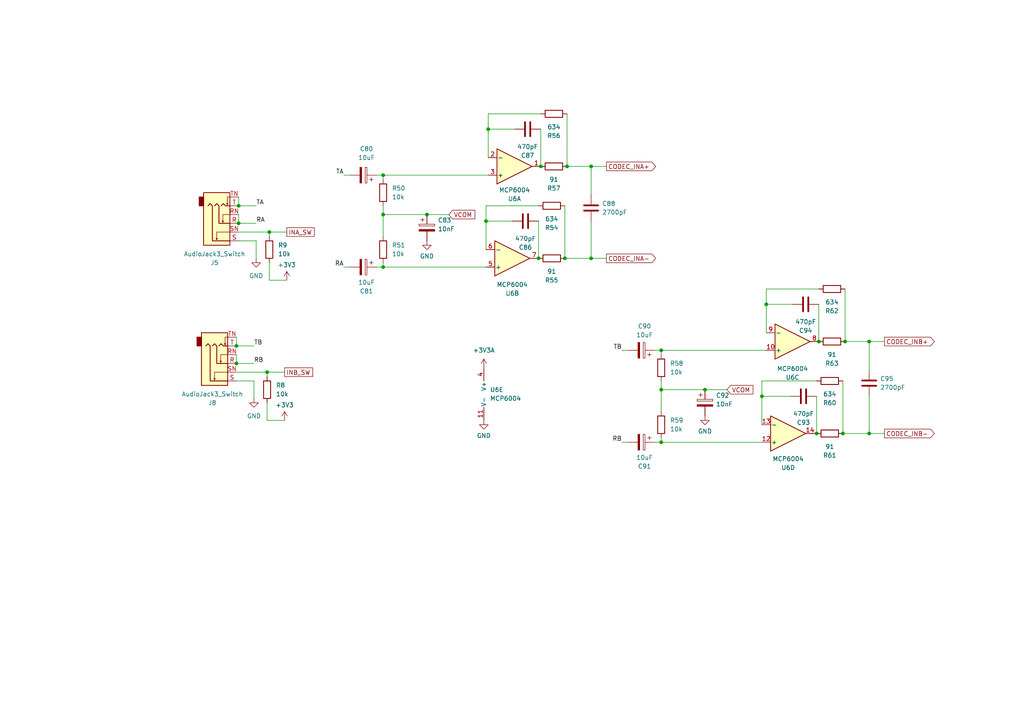
<source format=kicad_sch>
(kicad_sch (version 20250114) (generator "eeschema") (generator_version "9.0")
  (paper "A4")
  (lib_symbols
    (symbol "Amplifier_Operational:MCP6004" (pin_names (offset 0.127))
      (property "Reference" "U" (at 0 5.08 0))
      (property "Value" "MCP6004" (at 0 -5.08 0))
      (symbol "MCP6004_1_1"
        (polyline (pts (xy -5.08 5.08) (xy 5.08 0) (xy -5.08 -5.08) (xy -5.08 5.08)) (stroke (width 0.254)) (fill (type background)))
        (pin input line (at -7.62 2.54 0) (length 2.54) (name "+") (number "3"))
        (pin input line (at -7.62 -2.54 0) (length 2.54) (name "-") (number "2"))
        (pin output line (at 7.62 0 180) (length 2.54) (name "~") (number "1"))
      )
      (symbol "MCP6004_2_1"
        (polyline (pts (xy -5.08 5.08) (xy 5.08 0) (xy -5.08 -5.08) (xy -5.08 5.08)) (stroke (width 0.254)) (fill (type background)))
        (pin input line (at -7.62 2.54 0) (length 2.54) (name "+") (number "5"))
        (pin input line (at -7.62 -2.54 0) (length 2.54) (name "-") (number "6"))
        (pin output line (at 7.62 0 180) (length 2.54) (name "~") (number "7"))
      )
      (symbol "MCP6004_3_1"
        (polyline (pts (xy -5.08 5.08) (xy 5.08 0) (xy -5.08 -5.08) (xy -5.08 5.08)) (stroke (width 0.254)) (fill (type background)))
        (pin input line (at -7.62 2.54 0) (length 2.54) (name "+") (number "10"))
        (pin input line (at -7.62 -2.54 0) (length 2.54) (name "-") (number "9"))
        (pin output line (at 7.62 0 180) (length 2.54) (name "~") (number "8"))
      )
      (symbol "MCP6004_4_1"
        (polyline (pts (xy -5.08 5.08) (xy 5.08 0) (xy -5.08 -5.08) (xy -5.08 5.08)) (stroke (width 0.254)) (fill (type background)))
        (pin input line (at -7.62 2.54 0) (length 2.54) (name "+") (number "12"))
        (pin input line (at -7.62 -2.54 0) (length 2.54) (name "-") (number "13"))
        (pin output line (at 7.62 0 180) (length 2.54) (name "~") (number "14"))
      )
      (symbol "MCP6004_5_1"
        (pin power_in line (at -2.54 7.62 270) (length 3.81) (name "V+") (number "4"))
        (pin power_in line (at -2.54 -7.62 90) (length 3.81) (name "V-") (number "11"))
      )
    )
    (symbol "Connector_Audio:AudioJack3_Switch"
      (property "Reference" "J" (at 0 11.43 0))
      (property "Value" "AudioJack3_Switch" (at 0 8.89 0))
      (symbol "AudioJack3_Switch_0_1"
        (rectangle (start -5.08 -5.08) (end -6.35 -7.62) (stroke (width 0.254)) (fill (type outline)))
        (polyline (pts (xy -1.905 -5.08) (xy -1.27 -5.715) (xy -0.635 -5.08) (xy -0.635 0) (xy 2.54 0)) (stroke (width 0.254)))
        (polyline (pts (xy -1.27 4.826) (xy -1.016 4.318)))
        (polyline (pts (xy 0 -5.08) (xy 0.635 -5.715) (xy 1.27 -5.08) (xy 2.54 -5.08)) (stroke (width 0.254)))
        (polyline (pts (xy 0.508 -0.254) (xy 0.762 -0.762)))
        (polyline (pts (xy 1.778 -5.334) (xy 2.032 -5.842)))
        (rectangle (start 2.54 6.35) (end -5.08 -8.89) (stroke (width 0.254)) (fill (type background)))
        (polyline (pts (xy 2.54 5.08) (xy -2.54 5.08) (xy -2.54 -5.08) (xy -3.175 -5.715) (xy -3.81 -5.08)) (stroke (width 0.254)))
        (polyline (pts (xy 2.54 2.54) (xy -1.27 2.54) (xy -1.27 4.826) (xy -1.524 4.318)))
        (polyline (pts (xy 2.54 -2.54) (xy 0.508 -2.54) (xy 0.508 -0.254) (xy 0.254 -0.762)))
        (polyline (pts (xy 2.54 -7.62) (xy 1.778 -7.62) (xy 1.778 -5.334) (xy 1.524 -5.842)))
      )
      (symbol "AudioJack3_Switch_1_1"
        (pin passive line (at 5.08 5.08 180) (length 2.54) (name "~") (number "S"))
        (pin passive line (at 5.08 2.54 180) (length 2.54) (name "~") (number "SN"))
        (pin passive line (at 5.08 0 180) (length 2.54) (name "~") (number "R"))
        (pin passive line (at 5.08 -2.54 180) (length 2.54) (name "~") (number "RN"))
        (pin passive line (at 5.08 -5.08 180) (length 2.54) (name "~") (number "T"))
        (pin passive line (at 5.08 -7.62 180) (length 2.54) (name "~") (number "TN"))
      )
    )
    (symbol "Device:C" (pin_numbers (hide yes)) (pin_names (offset 0.254))
      (property "Reference" "C" (at 0.635 2.54 0))
      (property "Value" "C" (at 0.635 -2.54 0))
      (symbol "C_0_1"
        (polyline (pts (xy -2.032 0.762) (xy 2.032 0.762)) (stroke (width 0.508)))
        (polyline (pts (xy -2.032 -0.762) (xy 2.032 -0.762)) (stroke (width 0.508)))
      )
      (symbol "C_1_1"
        (pin passive line (at 0 3.81 270) (length 2.794) (name "~") (number "1"))
        (pin passive line (at 0 -3.81 90) (length 2.794) (name "~") (number "2"))
      )
    )
    (symbol "Device:C_Polarized" (pin_numbers (hide yes)) (pin_names (offset 0.254))
      (property "Reference" "C" (at 0.635 2.54 0))
      (property "Value" "C_Polarized" (at 0.635 -2.54 0))
      (symbol "C_Polarized_0_1"
        (rectangle (start -2.286 0.508) (end 2.286 1.016))
        (polyline (pts (xy -1.778 2.286) (xy -0.762 2.286)))
        (polyline (pts (xy -1.27 2.794) (xy -1.27 1.778)))
        (rectangle (start 2.286 -0.508) (end -2.286 -1.016) (fill (type outline)))
      )
      (symbol "C_Polarized_1_1"
        (pin passive line (at 0 3.81 270) (length 2.794) (name "~") (number "1"))
        (pin passive line (at 0 -3.81 90) (length 2.794) (name "~") (number "2"))
      )
    )
    (symbol "Device:R" (pin_numbers (hide yes)) (pin_names (offset 0))
      (property "Reference" "R" (at 2.032 0 90))
      (property "Value" "R" (at 0 0 90))
      (symbol "R_0_1"
        (rectangle (start -1.016 -2.54) (end 1.016 2.54) (stroke (width 0.254)))
      )
      (symbol "R_1_1"
        (pin passive line (at 0 3.81 270) (length 1.27) (name "~") (number "1"))
        (pin passive line (at 0 -3.81 90) (length 1.27) (name "~") (number "2"))
      )
    )
    (symbol "power:+3V3" (power) (pin_names (offset 0))
      (property "Value" "+3V3" (at 0 3.556 0))
      (symbol "+3V3_0_1"
        (polyline (pts (xy -0.762 1.27) (xy 0 2.54)))
        (polyline (pts (xy 0 2.54) (xy 0.762 1.27)))
        (polyline (pts (xy 0 0) (xy 0 2.54)))
      )
      (symbol "+3V3_1_1"
        (pin power_in line (at 0 0 90) (length 0) (hide yes) (name "+3V3") (number "1"))
      )
    )
    (symbol "power:GND" (power) (pin_names (offset 0))
      (property "Value" "GND" (at 0 -3.81 0))
      (symbol "GND_0_1"
        (polyline (pts (xy 0 0) (xy 0 -1.27) (xy 1.27 -1.27) (xy 0 -2.54) (xy -1.27 -1.27) (xy 0 -1.27)))
      )
      (symbol "GND_1_1"
        (pin power_in line (at 0 0 270) (length 0) (hide yes) (name "GND") (number "1"))
      )
    )
  )
  (junction (at 171.45 74.93))
  (junction (at 123.825 62.23))
  (junction (at 69.215 59.69))
  (junction (at 68.58 105.41))
  (junction (at 237.49 99.06))
  (junction (at 163.83 74.93))
  (junction (at 191.77 113.03))
  (junction (at 68.58 100.33))
  (junction (at 156.845 48.26))
  (junction (at 171.45 48.26))
  (junction (at 156.21 74.93))
  (junction (at 141.605 37.465))
  (junction (at 252.095 125.73))
  (junction (at 222.25 88.265))
  (junction (at 78.105 67.31))
  (junction (at 69.215 64.77))
  (junction (at 204.47 113.03))
  (junction (at 140.97 64.135))
  (junction (at 191.77 128.27))
  (junction (at 111.125 50.8))
  (junction (at 252.095 99.06))
  (junction (at 164.465 48.26))
  (junction (at 245.11 99.06))
  (junction (at 220.98 114.935))
  (junction (at 77.47 107.95))
  (junction (at 244.475 125.73))
  (junction (at 111.125 77.47))
  (junction (at 111.125 62.23))
  (junction (at 236.855 125.73))
  (junction (at 191.77 101.6))
  (wire (pts (xy 180.34 101.6) (xy 182.245 101.6)))
  (wire (pts (xy 123.825 62.23) (xy 130.175 62.23)))
  (wire (pts (xy 78.105 76.2) (xy 78.105 81.28)))
  (wire (pts (xy 68.58 105.41) (xy 73.66 105.41)))
  (wire (pts (xy 111.125 76.2) (xy 111.125 77.47)))
  (wire (pts (xy 77.47 116.84) (xy 77.47 121.92)))
  (wire (pts (xy 189.865 128.27) (xy 191.77 128.27)))
  (wire (pts (xy 74.295 69.85) (xy 69.215 69.85)))
  (wire (pts (xy 78.105 81.28) (xy 83.185 81.28)))
  (wire (pts (xy 163.83 74.93) (xy 171.45 74.93)))
  (wire (pts (xy 69.215 64.77) (xy 69.215 62.23)))
  (wire (pts (xy 140.97 59.69) (xy 140.97 64.135)))
  (wire (pts (xy 245.11 83.82) (xy 245.11 99.06)))
  (wire (pts (xy 222.25 88.265) (xy 222.25 96.52)))
  (wire (pts (xy 156.21 59.69) (xy 140.97 59.69)))
  (wire (pts (xy 111.125 77.47) (xy 140.97 77.47)))
  (wire (pts (xy 220.98 114.935) (xy 220.98 123.19)))
  (wire (pts (xy 99.695 50.8) (xy 101.6 50.8)))
  (wire (pts (xy 171.45 74.93) (xy 175.895 74.93)))
  (wire (pts (xy 164.465 33.02) (xy 164.465 48.26)))
  (wire (pts (xy 78.105 67.31) (xy 78.105 68.58)))
  (wire (pts (xy 163.83 74.93) (xy 163.83 59.69)))
  (wire (pts (xy 237.49 83.82) (xy 222.25 83.82)))
  (wire (pts (xy 222.25 88.265) (xy 229.87 88.265)))
  (wire (pts (xy 109.22 50.8) (xy 111.125 50.8)))
  (wire (pts (xy 220.98 114.935) (xy 229.235 114.935)))
  (wire (pts (xy 111.125 62.23) (xy 123.825 62.23)))
  (wire (pts (xy 99.695 77.47) (xy 101.6 77.47)))
  (wire (pts (xy 77.47 107.95) (xy 82.55 107.95)))
  (wire (pts (xy 164.465 48.26) (xy 171.45 48.26)))
  (wire (pts (xy 191.77 127) (xy 191.77 128.27)))
  (wire (pts (xy 111.125 62.23) (xy 111.125 68.58)))
  (wire (pts (xy 222.25 83.82) (xy 222.25 88.265)))
  (wire (pts (xy 111.125 50.8) (xy 141.605 50.8)))
  (wire (pts (xy 77.47 107.95) (xy 77.47 109.22)))
  (wire (pts (xy 69.215 64.77) (xy 74.295 64.77)))
  (wire (pts (xy 109.22 77.47) (xy 111.125 77.47)))
  (wire (pts (xy 141.605 33.02) (xy 141.605 37.465)))
  (wire (pts (xy 69.215 59.69) (xy 69.215 57.15)))
  (wire (pts (xy 180.34 128.27) (xy 182.245 128.27)))
  (wire (pts (xy 237.49 88.265) (xy 237.49 99.06)))
  (wire (pts (xy 74.295 74.93) (xy 74.295 69.85)))
  (wire (pts (xy 69.215 59.69) (xy 74.295 59.69)))
  (wire (pts (xy 191.77 101.6) (xy 191.77 102.87)))
  (wire (pts (xy 156.845 37.465) (xy 156.845 48.26)))
  (wire (pts (xy 191.77 113.03) (xy 191.77 110.49)))
  (wire (pts (xy 68.58 110.49) (xy 73.66 110.49)))
  (wire (pts (xy 236.855 114.935) (xy 236.855 125.73)))
  (wire (pts (xy 68.58 105.41) (xy 68.58 102.87)))
  (wire (pts (xy 68.58 100.33) (xy 73.66 100.33)))
  (wire (pts (xy 171.45 64.135) (xy 171.45 74.93)))
  (wire (pts (xy 78.105 67.31) (xy 83.185 67.31)))
  (wire (pts (xy 141.605 37.465) (xy 141.605 45.72)))
  (wire (pts (xy 252.095 99.06) (xy 256.54 99.06)))
  (wire (pts (xy 69.215 67.31) (xy 78.105 67.31)))
  (wire (pts (xy 156.845 33.02) (xy 141.605 33.02)))
  (wire (pts (xy 111.125 62.23) (xy 111.125 59.69)))
  (wire (pts (xy 244.475 125.73) (xy 252.095 125.73)))
  (wire (pts (xy 236.22 125.73) (xy 236.855 125.73)))
  (wire (pts (xy 191.77 128.27) (xy 220.98 128.27)))
  (wire (pts (xy 220.98 110.49) (xy 236.855 110.49)))
  (wire (pts (xy 252.095 107.315) (xy 252.095 99.06)))
  (wire (pts (xy 111.125 50.8) (xy 111.125 52.07)))
  (wire (pts (xy 68.58 107.95) (xy 77.47 107.95)))
  (wire (pts (xy 244.475 125.73) (xy 244.475 110.49)))
  (wire (pts (xy 191.77 113.03) (xy 191.77 119.38)))
  (wire (pts (xy 73.66 115.57) (xy 73.66 110.49)))
  (wire (pts (xy 191.77 101.6) (xy 222.25 101.6)))
  (wire (pts (xy 148.59 64.135) (xy 140.97 64.135)))
  (wire (pts (xy 140.97 64.135) (xy 140.97 72.39)))
  (wire (pts (xy 77.47 121.92) (xy 82.55 121.92)))
  (wire (pts (xy 252.095 125.73) (xy 256.54 125.73)))
  (wire (pts (xy 156.21 64.135) (xy 156.21 74.93)))
  (wire (pts (xy 171.45 48.26) (xy 175.895 48.26)))
  (wire (pts (xy 68.58 100.33) (xy 68.58 97.79)))
  (wire (pts (xy 245.11 99.06) (xy 252.095 99.06)))
  (wire (pts (xy 204.47 113.03) (xy 210.82 113.03)))
  (wire (pts (xy 220.98 110.49) (xy 220.98 114.935)))
  (wire (pts (xy 141.605 37.465) (xy 149.225 37.465)))
  (wire (pts (xy 191.77 113.03) (xy 204.47 113.03)))
  (wire (pts (xy 189.865 101.6) (xy 191.77 101.6)))
  (wire (pts (xy 171.45 56.515) (xy 171.45 48.26)))
  (wire (pts (xy 252.095 114.935) (xy 252.095 125.73)))
  (label "TA" (at 99.695 50.8 180))
  (label "RA" (at 99.695 77.47 180))
  (label "RB" (at 180.34 128.27 180))
  (label "TB" (at 180.34 101.6 180))
  (label "TB" (at 73.66 100.33 0))
  (label "RB" (at 73.66 105.41 0))
  (label "TA" (at 74.295 59.69 0))
  (label "RA" (at 74.295 64.77 0))
  (global_label "VCOM" (shape input) (at 210.82 113.03 0) (property "Intersheetrefs" "${INTERSHEET_REFS}" (effects (hide yes))))
  (global_label "INB_SW" (shape passive) (at 82.55 107.95 0) (property "Intersheetrefs" "${INTERSHEET_REFS}" (effects (hide yes))))
  (global_label "INA_SW" (shape passive) (at 83.185 67.31 0) (property "Intersheetrefs" "${INTERSHEET_REFS}" (effects (hide yes))))
  (global_label "CODEC_INA+" (shape output) (at 175.895 48.26 0) (property "Intersheetrefs" "${INTERSHEET_REFS}" (effects (hide yes))))
  (global_label "VCOM" (shape input) (at 130.175 62.23 0) (property "Intersheetrefs" "${INTERSHEET_REFS}" (effects (hide yes))))
  (global_label "CODEC_INB-" (shape output) (at 256.54 125.73 0) (property "Intersheetrefs" "${INTERSHEET_REFS}" (effects (hide yes))))
  (global_label "CODEC_INB+" (shape output) (at 256.54 99.06 0) (property "Intersheetrefs" "${INTERSHEET_REFS}" (effects (hide yes))))
  (global_label "CODEC_INA-" (shape output) (at 175.895 74.93 0) (property "Intersheetrefs" "${INTERSHEET_REFS}" (effects (hide yes))))
  (symbol (lib_id "Device:C_Polarized") (at 123.825 66.04 0) (unit 1)
    (property "Reference" "C83" (at 127 63.881 0) (effects (justify left)))
    (property "Value" "10nF" (at 127 66.421 0) (effects (justify left)))
  )
  (symbol (lib_id "Device:R") (at 111.125 72.39 0) (unit 1)
    (property "Reference" "R51" (at 113.665 71.12 0) (effects (justify left)))
    (property "Value" "10k" (at 113.665 73.66 0) (effects (justify left)))
  )
  (symbol (lib_id "power:+3V3") (at 140.335 106.68 0) (unit 1)
    (property "Reference" "#PWR028" (effects (hide yes)))
    (property "Value" "+3V3A" (at 140.335 101.6 0))
  )
  (symbol (lib_id "Device:C") (at 153.035 37.465 270) (mirror x) (unit 1)
    (property "Reference" "C87" (at 153.035 45.085 90))
    (property "Value" "470pF" (at 153.035 42.545 90))
  )
  (symbol (lib_id "Amplifier_Operational:MCP6004") (at 228.6 125.73 0) (mirror x) (unit 4)
    (property "Reference" "U6" (at 228.6 135.636 0))
    (property "Value" "MCP6004" (at 228.6 133.096 0))
    (property "Datasheet" "http://ww1.microchip.com/downloads/en/DeviceDoc/21733j.pdf" (effects (hide yes)))
  )
  (symbol (lib_id "power:GND") (at 204.47 120.65 0) (mirror y) (unit 1)
    (property "Reference" "#PWR0104" (effects (hide yes)))
    (property "Value" "GND" (at 204.47 125.095 0))
  )
  (symbol (lib_id "Device:R") (at 240.665 110.49 90) (mirror x) (unit 1)
    (property "Reference" "R60" (at 240.665 116.84 90))
    (property "Value" "634" (at 240.665 114.3 90))
  )
  (symbol (lib_id "Device:C") (at 233.68 88.265 270) (mirror x) (unit 1)
    (property "Reference" "C94" (at 233.68 95.885 90))
    (property "Value" "470pF" (at 233.68 93.345 90))
  )
  (symbol (lib_id "Device:C_Polarized") (at 105.41 50.8 270) (mirror x) (unit 1)
    (property "Reference" "C80" (at 106.299 43.18 90))
    (property "Value" "10uF" (at 106.299 45.72 90))
  )
  (symbol (lib_id "Amplifier_Operational:MCP6004") (at 142.875 114.3 0) (unit 5)
    (property "Reference" "U6" (at 142.113 113.03 0) (effects (justify left)))
    (property "Value" "MCP6004" (at 142.113 115.57 0) (effects (justify left)))
    (property "Datasheet" "http://ww1.microchip.com/downloads/en/DeviceDoc/21733j.pdf" (effects (hide yes)))
  )
  (symbol (lib_id "power:GND") (at 140.335 121.92 0) (mirror y) (unit 1)
    (property "Reference" "#PWR097" (effects (hide yes)))
    (property "Value" "GND" (at 140.335 126.365 0))
  )
  (symbol (lib_id "Amplifier_Operational:MCP6004") (at 148.59 74.93 0) (mirror x) (unit 2)
    (property "Reference" "U6" (at 148.59 85.09 0))
    (property "Value" "MCP6004" (at 148.59 82.55 0))
    (property "Datasheet" "http://ww1.microchip.com/downloads/en/DeviceDoc/21733j.pdf" (effects (hide yes)))
  )
  (symbol (lib_id "Connector_Audio:AudioJack3_Switch") (at 63.5 105.41 0) (mirror x) (unit 1)
    (property "Reference" "J8" (at 61.595 116.84 0))
    (property "Value" "AudioJack3_Switch" (at 61.595 114.3 0))
  )
  (symbol (lib_id "Amplifier_Operational:MCP6004") (at 229.87 99.06 0) (mirror x) (unit 3)
    (property "Reference" "U6" (at 229.87 109.474 0))
    (property "Value" "MCP6004" (at 229.87 106.934 0))
    (property "Datasheet" "http://ww1.microchip.com/downloads/en/DeviceDoc/21733j.pdf" (effects (hide yes)))
  )
  (symbol (lib_id "power:GND") (at 74.295 74.93 0) (unit 1)
    (property "Reference" "#PWR091" (effects (hide yes)))
    (property "Value" "GND" (at 74.295 80.01 0))
  )
  (symbol (lib_id "Device:R") (at 191.77 106.68 0) (unit 1)
    (property "Reference" "R58" (at 194.31 105.41 0) (effects (justify left)))
    (property "Value" "10k" (at 194.31 107.95 0) (effects (justify left)))
  )
  (symbol (lib_id "Device:C_Polarized") (at 186.055 128.27 270) (unit 1)
    (property "Reference" "C91" (at 186.944 135.255 90))
    (property "Value" "10uF" (at 186.944 132.715 90))
  )
  (symbol (lib_id "Connector_Audio:AudioJack3_Switch") (at 64.135 64.77 0) (mirror x) (unit 1)
    (property "Reference" "J5" (at 62.23 76.2 0))
    (property "Value" "AudioJack3_Switch" (at 62.23 73.66 0))
  )
  (symbol (lib_id "Device:C") (at 252.095 111.125 0) (unit 1)
    (property "Reference" "C95" (at 255.27 109.855 0) (effects (justify left)))
    (property "Value" "2700pF" (at 255.27 112.395 0) (effects (justify left)))
  )
  (symbol (lib_id "Amplifier_Operational:MCP6004") (at 149.225 48.26 0) (mirror x) (unit 1)
    (property "Reference" "U6" (at 149.225 57.658 0))
    (property "Value" "MCP6004" (at 149.225 55.118 0))
    (property "Datasheet" "http://ww1.microchip.com/downloads/en/DeviceDoc/21733j.pdf" (effects (hide yes)))
  )
  (symbol (lib_id "Device:C") (at 152.4 64.135 270) (mirror x) (unit 1)
    (property "Reference" "C86" (at 152.4 71.755 90))
    (property "Value" "470pF" (at 152.4 69.215 90))
  )
  (symbol (lib_id "Device:R") (at 160.655 48.26 90) (mirror x) (unit 1)
    (property "Reference" "R57" (at 160.655 54.61 90))
    (property "Value" "91" (at 160.655 52.07 90))
  )
  (symbol (lib_id "Device:R") (at 111.125 55.88 0) (unit 1)
    (property "Reference" "R50" (at 113.665 54.61 0) (effects (justify left)))
    (property "Value" "10k" (at 113.665 57.15 0) (effects (justify left)))
  )
  (symbol (lib_id "Device:R") (at 240.665 125.73 90) (mirror x) (unit 1)
    (property "Reference" "R61" (at 240.665 132.08 90))
    (property "Value" "91" (at 240.665 129.54 90))
  )
  (symbol (lib_id "Device:R") (at 78.105 72.39 180) (unit 1)
    (property "Reference" "R9" (at 80.645 71.12 0) (effects (justify right)))
    (property "Value" "10k" (at 80.645 73.66 0) (effects (justify right)))
  )
  (symbol (lib_id "Device:R") (at 160.02 74.93 90) (mirror x) (unit 1)
    (property "Reference" "R55" (at 160.02 81.28 90))
    (property "Value" "91" (at 160.02 78.74 90))
  )
  (symbol (lib_id "power:+3V3") (at 83.185 81.28 0) (unit 1)
    (property "Reference" "#PWR031" (effects (hide yes)))
    (property "Value" "+3V3" (at 83.185 76.835 0))
  )
  (symbol (lib_id "Device:R") (at 160.02 59.69 90) (mirror x) (unit 1)
    (property "Reference" "R54" (at 160.02 66.04 90))
    (property "Value" "634" (at 160.02 63.5 90))
  )
  (symbol (lib_id "Device:C_Polarized") (at 105.41 77.47 270) (unit 1)
    (property "Reference" "C81" (at 106.299 84.455 90))
    (property "Value" "10uF" (at 106.299 81.915 90))
  )
  (symbol (lib_id "Device:C_Polarized") (at 186.055 101.6 270) (mirror x) (unit 1)
    (property "Reference" "C90" (at 186.944 94.615 90))
    (property "Value" "10uF" (at 186.944 97.155 90))
  )
  (symbol (lib_id "Device:R") (at 160.655 33.02 90) (mirror x) (unit 1)
    (property "Reference" "R56" (at 160.655 39.37 90))
    (property "Value" "634" (at 160.655 36.83 90))
  )
  (symbol (lib_id "power:GND") (at 73.66 115.57 0) (unit 1)
    (property "Reference" "#PWR0103" (effects (hide yes)))
    (property "Value" "GND" (at 73.66 120.65 0))
  )
  (symbol (lib_id "Device:R") (at 241.3 83.82 90) (mirror x) (unit 1)
    (property "Reference" "R62" (at 241.3 90.17 90))
    (property "Value" "634" (at 241.3 87.63 90))
  )
  (symbol (lib_id "Device:R") (at 191.77 123.19 0) (unit 1)
    (property "Reference" "R59" (at 194.31 121.92 0) (effects (justify left)))
    (property "Value" "10k" (at 194.31 124.46 0) (effects (justify left)))
  )
  (symbol (lib_id "Device:C") (at 233.045 114.935 270) (mirror x) (unit 1)
    (property "Reference" "C93" (at 233.045 122.555 90))
    (property "Value" "470pF" (at 233.045 120.015 90))
  )
  (symbol (lib_id "Device:C_Polarized") (at 204.47 116.84 0) (unit 1)
    (property "Reference" "C92" (at 207.645 114.681 0) (effects (justify left)))
    (property "Value" "10nF" (at 207.645 117.221 0) (effects (justify left)))
  )
  (symbol (lib_id "Device:R") (at 77.47 113.03 180) (unit 1)
    (property "Reference" "R8" (at 80.01 111.76 0) (effects (justify right)))
    (property "Value" "10k" (at 80.01 114.3 0) (effects (justify right)))
  )
  (symbol (lib_id "Device:R") (at 241.3 99.06 90) (mirror x) (unit 1)
    (property "Reference" "R63" (at 241.3 105.41 90))
    (property "Value" "91" (at 241.3 102.87 90))
  )
  (symbol (lib_id "power:+3V3") (at 82.55 121.92 0) (unit 1)
    (property "Reference" "#PWR030" (effects (hide yes)))
    (property "Value" "+3V3" (at 82.55 117.475 0))
  )
  (symbol (lib_id "power:GND") (at 123.825 69.85 0) (mirror y) (unit 1)
    (property "Reference" "#PWR0101" (effects (hide yes)))
    (property "Value" "GND" (at 123.825 74.295 0))
  )
  (symbol (lib_id "Device:C") (at 171.45 60.325 0) (unit 1)
    (property "Reference" "C88" (at 174.625 59.055 0) (effects (justify left)))
    (property "Value" "2700pF" (at 174.625 61.595 0) (effects (justify left)))
  )
)
</source>
